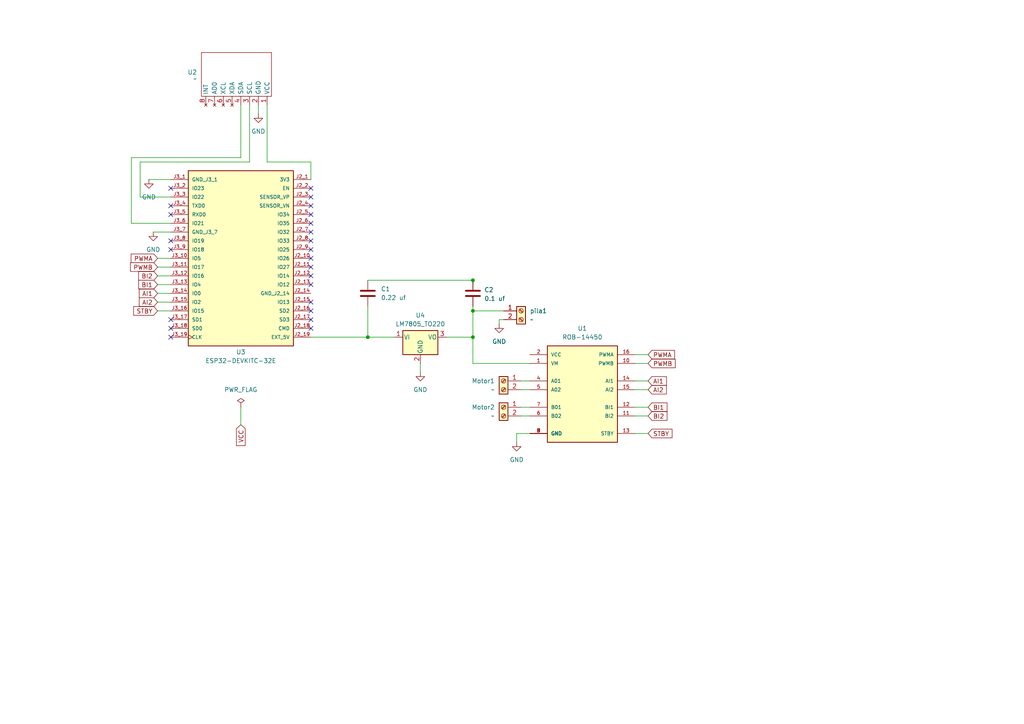
<source format=kicad_sch>
(kicad_sch (version 20231120) (generator "eeschema") (generator_version "8.0")
  (paper "A4")
  (lib_symbols
    (symbol "Connector:Screw_Terminal_01x02" (pin_names (offset 1.016) hide)
      (property "Reference" "J" (at 0 2.54 0))
      (property "Value" "Screw_Terminal_01x02" (at 0 -5.08 0))
      (symbol "Screw_Terminal_01x02_1_1"
        (rectangle (start -1.27 1.27) (end 1.27 -3.81) (stroke (width 0.254)) (fill (type background)))
        (circle (center 0 -2.54) (radius 0.635) (stroke (width 0.1524)))
        (polyline (pts (xy -0.5334 -2.2098) (xy 0.3302 -3.048)) (stroke (width 0.1524)))
        (polyline (pts (xy -0.5334 0.3302) (xy 0.3302 -0.508)) (stroke (width 0.1524)))
        (polyline (pts (xy -0.3556 -2.032) (xy 0.508 -2.8702)) (stroke (width 0.1524)))
        (polyline (pts (xy -0.3556 0.508) (xy 0.508 -0.3302)) (stroke (width 0.1524)))
        (circle (center 0 0) (radius 0.635) (stroke (width 0.1524)))
        (pin passive line (at -5.08 0 0) (length 3.81) (name "Pin_1") (number "1"))
        (pin passive line (at -5.08 -2.54 0) (length 3.81) (name "Pin_2") (number "2"))
      )
    )
    (symbol "Device:C" (pin_numbers hide) (pin_names (offset 0.254))
      (property "Reference" "C" (at 0.635 2.54 0))
      (property "Value" "C" (at 0.635 -2.54 0))
      (symbol "C_0_1"
        (polyline (pts (xy -2.032 -0.762) (xy 2.032 -0.762)) (stroke (width 0.508)))
        (polyline (pts (xy -2.032 0.762) (xy 2.032 0.762)) (stroke (width 0.508)))
      )
      (symbol "C_1_1"
        (pin passive line (at 0 3.81 270) (length 2.794) (name "~") (number "1"))
        (pin passive line (at 0 -3.81 90) (length 2.794) (name "~") (number "2"))
      )
    )
    (symbol "Regulator_Linear:LM7805_TO220" (pin_names (offset 0.254))
      (property "Reference" "U" (at -3.81 3.175 0))
      (property "Value" "LM7805_TO220" (at 0 3.175 0))
      (symbol "LM7805_TO220_0_1"
        (rectangle (start -5.08 1.905) (end 5.08 -5.08) (stroke (width 0.254)) (fill (type background)))
      )
      (symbol "LM7805_TO220_1_1"
        (pin power_in line (at -7.62 0 0) (length 2.54) (name "VI") (number "1"))
        (pin power_in line (at 0 -7.62 90) (length 2.54) (name "GND") (number "2"))
        (pin power_out line (at 7.62 0 180) (length 2.54) (name "VO") (number "3"))
      )
    )
    (symbol "libreria:ESP32-DEVKITC-32E" (pin_names (offset 1.016))
      (property "Reference" "U" (at -15.24 26.162 0))
      (property "Value" "ESP32-DEVKITC-32E" (at -15.24 -27.94 0))
      (symbol "ESP32-DEVKITC-32E_0_0"
        (rectangle (start -15.24 -25.4) (end 15.24 25.4) (stroke (width 0.254)) (fill (type background)))
        (pin power_in line (at -20.32 22.86 0) (length 5.08) (name "3V3") (number "J2_1"))
        (pin bidirectional line (at -20.32 0 0) (length 5.08) (name "IO26") (number "J2_10"))
        (pin bidirectional line (at -20.32 -2.54 0) (length 5.08) (name "IO27") (number "J2_11"))
        (pin bidirectional line (at -20.32 -5.08 0) (length 5.08) (name "IO14") (number "J2_12"))
        (pin bidirectional line (at -20.32 -7.62 0) (length 5.08) (name "IO12") (number "J2_13"))
        (pin power_in line (at -20.32 -10.16 0) (length 5.08) (name "GND_J2_14") (number "J2_14"))
        (pin bidirectional line (at -20.32 -12.7 0) (length 5.08) (name "IO13") (number "J2_15"))
        (pin bidirectional line (at -20.32 -15.24 0) (length 5.08) (name "SD2") (number "J2_16"))
        (pin bidirectional line (at -20.32 -17.78 0) (length 5.08) (name "SD3") (number "J2_17"))
        (pin bidirectional line (at -20.32 -20.32 0) (length 5.08) (name "CMD") (number "J2_18"))
        (pin power_in line (at -20.32 -22.86 0) (length 5.08) (name "EXT_5V") (number "J2_19"))
        (pin input line (at -20.32 20.32 0) (length 5.08) (name "EN") (number "J2_2"))
        (pin bidirectional line (at -20.32 17.78 0) (length 5.08) (name "SENSOR_VP") (number "J2_3"))
        (pin bidirectional line (at -20.32 15.24 0) (length 5.08) (name "SENSOR_VN") (number "J2_4"))
        (pin bidirectional line (at -20.32 12.7 0) (length 5.08) (name "IO34") (number "J2_5"))
        (pin bidirectional line (at -20.32 10.16 0) (length 5.08) (name "IO35") (number "J2_6"))
        (pin bidirectional line (at -20.32 7.62 0) (length 5.08) (name "IO32") (number "J2_7"))
        (pin bidirectional line (at -20.32 5.08 0) (length 5.08) (name "IO33") (number "J2_8"))
        (pin bidirectional line (at -20.32 2.54 0) (length 5.08) (name "IO25") (number "J2_9"))
        (pin power_in line (at 20.32 22.86 180) (length 5.08) (name "GND_J3_1") (number "J3_1"))
        (pin bidirectional line (at 20.32 0 180) (length 5.08) (name "IO5") (number "J3_10"))
        (pin bidirectional line (at 20.32 -2.54 180) (length 5.08) (name "IO17") (number "J3_11"))
        (pin bidirectional line (at 20.32 -5.08 180) (length 5.08) (name "IO16") (number "J3_12"))
        (pin bidirectional line (at 20.32 -7.62 180) (length 5.08) (name "IO4") (number "J3_13"))
        (pin bidirectional line (at 20.32 -10.16 180) (length 5.08) (name "IO0") (number "J3_14"))
        (pin bidirectional line (at 20.32 -12.7 180) (length 5.08) (name "IO2") (number "J3_15"))
        (pin bidirectional line (at 20.32 -15.24 180) (length 5.08) (name "IO15") (number "J3_16"))
        (pin bidirectional line (at 20.32 -17.78 180) (length 5.08) (name "SD1") (number "J3_17"))
        (pin bidirectional line (at 20.32 -20.32 180) (length 5.08) (name "SD0") (number "J3_18"))
        (pin bidirectional clock (at 20.32 -22.86 180) (length 5.08) (name "CLK") (number "J3_19"))
        (pin bidirectional line (at 20.32 20.32 180) (length 5.08) (name "IO23") (number "J3_2"))
        (pin bidirectional line (at 20.32 17.78 180) (length 5.08) (name "IO22") (number "J3_3"))
        (pin bidirectional line (at 20.32 15.24 180) (length 5.08) (name "TXD0") (number "J3_4"))
        (pin bidirectional line (at 20.32 12.7 180) (length 5.08) (name "RXD0") (number "J3_5"))
        (pin bidirectional line (at 20.32 10.16 180) (length 5.08) (name "IO21") (number "J3_6"))
        (pin power_in line (at 20.32 7.62 180) (length 5.08) (name "GND_J3_7") (number "J3_7"))
        (pin bidirectional line (at 20.32 5.08 180) (length 5.08) (name "IO19") (number "J3_8"))
        (pin bidirectional line (at 20.32 2.54 180) (length 5.08) (name "IO18") (number "J3_9"))
      )
    )
    (symbol "libreria:MPU-6050"
      (property "Reference" "U" (at 1.524 -2.54 0))
      (symbol "MPU-6050_0_1"
        (rectangle (start -6.35 7.62) (end 6.35 -12.7))
      )
      (symbol "MPU-6050_1_1"
        (pin power_in line (at -8.89 6.35 0) (length 2.54) (name "VCC") (number "1"))
        (pin power_out line (at -8.89 3.81 0) (length 2.54) (name "GND") (number "2"))
        (pin input line (at -8.89 1.27 0) (length 2.54) (name "SCL") (number "3"))
        (pin bidirectional line (at -8.89 -1.27 0) (length 2.54) (name "SDA") (number "4"))
        (pin no_connect line (at -8.89 -3.81 0) (length 2.54) (name "XDA") (number "5"))
        (pin no_connect line (at -8.89 -6.35 0) (length 2.54) (name "XCL") (number "6"))
        (pin no_connect line (at -8.89 -8.89 0) (length 2.54) (name "AD0") (number "7"))
        (pin no_connect line (at -8.89 -11.43 0) (length 2.54) (name "INT") (number "8"))
      )
    )
    (symbol "libreria:ROB-14450" (pin_names (offset 1.016))
      (property "Reference" "U" (at -10.16 16.002 0))
      (property "Value" "ROB-14450" (at -10.16 -15.24 0))
      (symbol "ROB-14450_0_0"
        (rectangle (start -10.16 -12.7) (end 10.16 15.24) (stroke (width 0.254)) (fill (type background)))
        (pin power_in line (at 15.24 10.16 180) (length 5.08) (name "VM") (number "1"))
        (pin input line (at -15.24 10.16 0) (length 5.08) (name "PWMB") (number "10"))
        (pin input line (at -15.24 -5.08 0) (length 5.08) (name "BI2") (number "11"))
        (pin input line (at -15.24 -2.54 0) (length 5.08) (name "BI1") (number "12"))
        (pin input line (at -15.24 -10.16 0) (length 5.08) (name "STBY") (number "13"))
        (pin input line (at -15.24 5.08 0) (length 5.08) (name "AI1") (number "14"))
        (pin input line (at -15.24 2.54 0) (length 5.08) (name "AI2") (number "15"))
        (pin input line (at -15.24 12.7 0) (length 5.08) (name "PWMA") (number "16"))
        (pin power_in line (at 15.24 12.7 180) (length 5.08) (name "VCC") (number "2"))
        (pin power_in line (at 15.24 -10.16 180) (length 5.08) (name "GND") (number "3"))
        (pin output line (at 15.24 5.08 180) (length 5.08) (name "A01") (number "4"))
        (pin output line (at 15.24 2.54 180) (length 5.08) (name "A02") (number "5"))
        (pin output line (at 15.24 -5.08 180) (length 5.08) (name "B02") (number "6"))
        (pin output line (at 15.24 -2.54 180) (length 5.08) (name "B01") (number "7"))
        (pin power_in line (at 15.24 -10.16 180) (length 5.08) (name "GND") (number "8"))
        (pin power_in line (at 15.24 -10.16 180) (length 5.08) (name "GND") (number "9"))
      )
    )
    (symbol "power:GND" (power) (pin_numbers hide) (pin_names (offset 0) hide)
      (property "Value" "GND" (at 0 -3.81 0))
      (symbol "GND_0_1"
        (polyline (pts (xy 0 0) (xy 0 -1.27) (xy 1.27 -1.27) (xy 0 -2.54) (xy -1.27 -1.27) (xy 0 -1.27)))
      )
      (symbol "GND_1_1"
        (pin power_in line (at 0 0 270) (length 0) (name "~") (number "1"))
      )
    )
    (symbol "power:PWR_FLAG" (power) (pin_numbers hide) (pin_names (offset 0) hide)
      (property "Value" "PWR_FLAG" (at 0 3.81 0))
      (symbol "PWR_FLAG_0_0"
        (pin power_out line (at 0 0 90) (length 0) (name "~") (number "1"))
      )
      (symbol "PWR_FLAG_0_1"
        (polyline (pts (xy 0 0) (xy 0 1.27) (xy -1.016 1.905) (xy 0 2.54) (xy 1.016 1.905) (xy 0 1.27)))
      )
    )
  )
  (junction (at 137.16 90.17))
  (junction (at 106.68 97.79))
  (junction (at 137.16 81.28))
  (junction (at 137.16 97.79))
  (no_connect (at 90.17 69.85))
  (no_connect (at 49.53 72.39))
  (no_connect (at 90.17 87.63))
  (no_connect (at 90.17 95.25))
  (no_connect (at 90.17 74.93))
  (no_connect (at 49.53 69.85))
  (no_connect (at 90.17 67.31))
  (no_connect (at 90.17 90.17))
  (no_connect (at 90.17 64.77))
  (no_connect (at 90.17 72.39))
  (no_connect (at 49.53 95.25))
  (no_connect (at 90.17 54.61))
  (no_connect (at 49.53 62.23))
  (no_connect (at 49.53 59.69))
  (no_connect (at 90.17 62.23))
  (no_connect (at 90.17 57.15))
  (no_connect (at 90.17 59.69))
  (no_connect (at 90.17 77.47))
  (no_connect (at 49.53 97.79))
  (no_connect (at 90.17 80.01))
  (no_connect (at 90.17 92.71))
  (no_connect (at 49.53 54.61))
  (no_connect (at 49.53 92.71))
  (no_connect (at 90.17 82.55))
  (wire (pts (xy 45.72 82.55) (xy 49.53 82.55)))
  (wire (pts (xy 45.72 80.01) (xy 49.53 80.01)))
  (wire (pts (xy 137.16 97.79) (xy 137.16 105.41)))
  (wire (pts (xy 184.15 120.65) (xy 187.96 120.65)))
  (wire (pts (xy 72.39 30.48) (xy 72.39 46.99)))
  (wire (pts (xy 77.47 30.48) (xy 77.47 46.99)))
  (wire (pts (xy 45.72 87.63) (xy 49.53 87.63)))
  (wire (pts (xy 144.78 92.71) (xy 144.78 93.98)))
  (wire (pts (xy 121.92 105.41) (xy 121.92 107.95)))
  (wire (pts (xy 146.05 92.71) (xy 144.78 92.71)))
  (wire (pts (xy 40.64 57.15) (xy 49.53 57.15)))
  (wire (pts (xy 45.72 85.09) (xy 49.53 85.09)))
  (wire (pts (xy 137.16 90.17) (xy 137.16 97.79)))
  (wire (pts (xy 149.86 128.27) (xy 149.86 125.73)))
  (wire (pts (xy 151.13 113.03) (xy 153.67 113.03)))
  (wire (pts (xy 184.15 125.73) (xy 187.96 125.73)))
  (wire (pts (xy 69.85 118.11) (xy 69.85 123.19)))
  (wire (pts (xy 184.15 113.03) (xy 187.96 113.03)))
  (wire (pts (xy 72.39 46.99) (xy 40.64 46.99)))
  (wire (pts (xy 69.85 45.72) (xy 38.1 45.72)))
  (wire (pts (xy 137.16 82.55) (xy 137.16 81.28)))
  (wire (pts (xy 137.16 105.41) (xy 153.67 105.41)))
  (wire (pts (xy 38.1 64.77) (xy 49.53 64.77)))
  (wire (pts (xy 74.93 30.48) (xy 74.93 33.02)))
  (wire (pts (xy 137.16 90.17) (xy 146.05 90.17)))
  (wire (pts (xy 149.86 125.73) (xy 153.67 125.73)))
  (wire (pts (xy 184.15 110.49) (xy 187.96 110.49)))
  (wire (pts (xy 184.15 118.11) (xy 187.96 118.11)))
  (wire (pts (xy 45.72 90.17) (xy 49.53 90.17)))
  (wire (pts (xy 184.15 102.87) (xy 187.96 102.87)))
  (wire (pts (xy 77.47 46.99) (xy 90.17 46.99)))
  (wire (pts (xy 151.13 120.65) (xy 153.67 120.65)))
  (wire (pts (xy 184.15 105.41) (xy 187.96 105.41)))
  (wire (pts (xy 129.54 97.79) (xy 137.16 97.79)))
  (wire (pts (xy 44.45 67.31) (xy 49.53 67.31)))
  (wire (pts (xy 137.16 88.9) (xy 137.16 90.17)))
  (wire (pts (xy 40.64 46.99) (xy 40.64 57.15)))
  (wire (pts (xy 106.68 97.79) (xy 114.3 97.79)))
  (wire (pts (xy 69.85 30.48) (xy 69.85 45.72)))
  (wire (pts (xy 90.17 46.99) (xy 90.17 52.07)))
  (wire (pts (xy 45.72 77.47) (xy 49.53 77.47)))
  (wire (pts (xy 106.68 81.28) (xy 137.16 81.28)))
  (wire (pts (xy 106.68 88.9) (xy 106.68 97.79)))
  (wire (pts (xy 151.13 110.49) (xy 153.67 110.49)))
  (wire (pts (xy 43.18 52.07) (xy 49.53 52.07)))
  (wire (pts (xy 38.1 45.72) (xy 38.1 64.77)))
  (wire (pts (xy 151.13 118.11) (xy 153.67 118.11)))
  (wire (pts (xy 90.17 97.79) (xy 106.68 97.79)))
  (wire (pts (xy 45.72 74.93) (xy 49.53 74.93)))
  (global_label "BI2" (shape input) (at 45.72 80.01 180) (property "Intersheetrefs" "${INTERSHEET_REFS}" (effects (hide yes))))
  (global_label "PWMB" (shape input) (at 45.72 77.47 180) (property "Intersheetrefs" "${INTERSHEET_REFS}" (effects (hide yes))))
  (global_label "PWMA" (shape input) (at 45.72 74.93 180) (property "Intersheetrefs" "${INTERSHEET_REFS}" (effects (hide yes))))
  (global_label "BI1" (shape input) (at 187.96 118.11 0) (property "Intersheetrefs" "${INTERSHEET_REFS}" (effects (hide yes))))
  (global_label "AI2" (shape input) (at 187.96 113.03 0) (property "Intersheetrefs" "${INTERSHEET_REFS}" (effects (hide yes))))
  (global_label "BI2" (shape input) (at 187.96 120.65 0) (property "Intersheetrefs" "${INTERSHEET_REFS}" (effects (hide yes))))
  (global_label "AI2" (shape input) (at 45.72 87.63 180) (property "Intersheetrefs" "${INTERSHEET_REFS}" (effects (hide yes))))
  (global_label "AI1" (shape input) (at 187.96 110.49 0) (property "Intersheetrefs" "${INTERSHEET_REFS}" (effects (hide yes))))
  (global_label "VCC" (shape input) (at 69.85 123.19 270) (property "Intersheetrefs" "${INTERSHEET_REFS}" (effects (hide yes))))
  (global_label "PWMB" (shape input) (at 187.96 105.41 0) (property "Intersheetrefs" "${INTERSHEET_REFS}" (effects (hide yes))))
  (global_label "STBY" (shape input) (at 187.96 125.73 0) (property "Intersheetrefs" "${INTERSHEET_REFS}" (effects (hide yes))))
  (global_label "AI1" (shape input) (at 45.72 85.09 180) (property "Intersheetrefs" "${INTERSHEET_REFS}" (effects (hide yes))))
  (global_label "BI1" (shape input) (at 45.72 82.55 180) (property "Intersheetrefs" "${INTERSHEET_REFS}" (effects (hide yes))))
  (global_label "STBY" (shape input) (at 45.72 90.17 180) (property "Intersheetrefs" "${INTERSHEET_REFS}" (effects (hide yes))))
  (global_label "PWMA" (shape input) (at 187.96 102.87 0) (property "Intersheetrefs" "${INTERSHEET_REFS}" (effects (hide yes))))
  (symbol (lib_id "power:GND") (at 74.93 33.02 0) (unit 1)
    (property "Reference" "#PWR04" (effects (hide yes)))
    (property "Value" "GND" (at 74.93 38.1 0))
    (property "Description" "Power symbol creates a global label with name \"GND\" , ground" (effects (hide yes)))
  )
  (symbol (lib_id "Connector:Screw_Terminal_01x02") (at 146.05 110.49 0) (mirror y) (unit 1)
    (property "Reference" "Motor1" (at 143.51 110.4899 0) (effects (justify left)))
    (property "Value" "~" (at 143.51 113.0299 0) (effects (justify left)))
    (property "Footprint" "TerminalBlock_Phoenix:TerminalBlock_Phoenix_MKDS-1,5-2-5.08_1x02_P5.08mm_Horizontal" (effects (hide yes)))
    (property "Description" "Generic screw terminal, single row, 01x02, script generated (kicad-library-utils/schlib/autogen/connector/)" (effects (hide yes)))
  )
  (symbol (lib_id "Connector:Screw_Terminal_01x02") (at 151.13 90.17 0) (unit 1)
    (property "Reference" "pila1" (at 153.67 90.1699 0) (effects (justify left)))
    (property "Value" "~" (at 153.67 92.7099 0) (effects (justify left)))
    (property "Footprint" "TerminalBlock_Phoenix:TerminalBlock_Phoenix_MKDS-1,5-2-5.08_1x02_P5.08mm_Horizontal" (effects (hide yes)))
    (property "Description" "Generic screw terminal, single row, 01x02, script generated (kicad-library-utils/schlib/autogen/connector/)" (effects (hide yes)))
  )
  (symbol (lib_id "libreria:ROB-14450") (at 168.91 115.57 0) (mirror y) (unit 1)
    (property "Reference" "U1" (at 168.91 95.25 0))
    (property "Value" "ROB-14450" (at 168.91 97.79 0))
    (property "Footprint" "libreriaA:MODULE_ROB-14450" (effects (hide yes)))
    (property "MF" "SparkFun Electronics" (effects (hide yes)))
    (property "Description_1" "\n                        \n                            TB6612FNG - Motor Controller/Driver Power Management Evaluation Board\n                        \n" (effects (hide yes)))
    (property "Package" "None" (effects (hide yes)))
    (property "Price" "None" (effects (hide yes)))
    (property "Check_prices" "https://www.snapeda.com/parts/ROB-14450/SparkFun/view-part/?ref=eda" (effects (hide yes)))
    (property "STANDARD" "Manufacturer Recommendation" (effects (hide yes)))
    (property "PARTREV" "11-13-17" (effects (hide yes)))
    (property "SnapEDA_Link" "https://www.snapeda.com/parts/ROB-14450/SparkFun/view-part/?ref=snap" (effects (hide yes)))
    (property "MP" "ROB-14450" (effects (hide yes)))
    (property "Availability" "In Stock" (effects (hide yes)))
    (property "MANUFACTURER" "Sparkfun Electronics" (effects (hide yes)))
  )
  (symbol (lib_id "power:GND") (at 144.78 93.98 0) (unit 1)
    (property "Reference" "#PWR03" (effects (hide yes)))
    (property "Value" "GND" (at 144.78 99.06 0))
    (property "Description" "Power symbol creates a global label with name \"GND\" , ground" (effects (hide yes)))
  )
  (symbol (lib_id "Device:C") (at 106.68 85.09 0) (unit 1)
    (property "Reference" "C1" (at 110.49 83.8199 0) (effects (justify left)))
    (property "Value" "0.22 uf" (at 110.49 86.3599 0) (effects (justify left)))
    (property "Footprint" "Capacitor_THT:CP_Radial_D5.0mm_P2.00mm" (effects (hide yes)))
    (property "Description" "Unpolarized capacitor" (effects (hide yes)))
  )
  (symbol (lib_id "power:PWR_FLAG") (at 69.85 118.11 0) (unit 1)
    (property "Reference" "#FLG01" (effects (hide yes)))
    (property "Value" "PWR_FLAG" (at 69.85 113.03 0))
    (property "Description" "Special symbol for telling ERC where power comes from" (effects (hide yes)))
  )
  (symbol (lib_id "power:GND") (at 43.18 52.07 0) (unit 1)
    (property "Reference" "#PWR05" (effects (hide yes)))
    (property "Value" "GND" (at 43.18 57.15 0))
    (property "Description" "Power symbol creates a global label with name \"GND\" , ground" (effects (hide yes)))
  )
  (symbol (lib_id "libreria:ESP32-DEVKITC-32E") (at 69.85 74.93 0) (mirror y) (unit 1)
    (property "Reference" "U3" (at 69.85 102.108 0))
    (property "Value" "ESP32-DEVKITC-32E" (at 69.85 104.648 0))
    (property "Footprint" "libreriaA:MODULE_ESP32-DEVKITC-32E" (effects (hide yes)))
    (property "MF" "Espressif Systems" (effects (hide yes)))
    (property "Description_1" "\n                        \n                            The ESP32-DEVKITC-32E transceiver evaluation board from Espressif Systems is a powerful development tool for wireless communication technologies. It supports 802.11 b/g/n Wi-Fi and Bluetooth® Smart Ready 4.x (BLE) dual-mode at 2.4GHz, making it ideal for a variety of IoT applications. Equipped with a PCB antenna and 4MB flash, this board provides reliable connectivity and ample memory for developing and testing RF, RFID, and wireless solutions.\n                        \n" (effects (hide yes)))
    (property "Package" "None" (effects (hide yes)))
    (property "Price" "None" (effects (hide yes)))
    (property "Check_prices" "https://www.snapeda.com/parts/ESP32-DEVKITC-32E/Espressif+Systems/view-part/?ref=eda" (effects (hide yes)))
    (property "STANDARD" "Manufacturer Recommendations" (effects (hide yes)))
    (property "PARTREV" "1.4" (effects (hide yes)))
    (property "SnapEDA_Link" "https://www.snapeda.com/parts/ESP32-DEVKITC-32E/Espressif+Systems/view-part/?ref=snap" (effects (hide yes)))
    (property "MP" "ESP32-DEVKITC-32E" (effects (hide yes)))
    (property "Availability" "In Stock" (effects (hide yes)))
    (property "MANUFACTURER" "Espressif Systems" (effects (hide yes)))
  )
  (symbol (lib_id "Device:C") (at 137.16 85.09 0) (unit 1)
    (property "Reference" "C2" (at 140.462 84.074 0) (effects (justify left)))
    (property "Value" "0.1 uf" (at 140.462 86.614 0) (effects (justify left)))
    (property "Footprint" "Capacitor_THT:CP_Radial_D5.0mm_P2.00mm" (effects (hide yes)))
    (property "Description" "Unpolarized capacitor" (effects (hide yes)))
  )
  (symbol (lib_id "Connector:Screw_Terminal_01x02") (at 146.05 118.11 0) (mirror y) (unit 1)
    (property "Reference" "Motor2" (at 143.51 118.1099 0) (effects (justify left)))
    (property "Value" "~" (at 143.51 120.6499 0) (effects (justify left)))
    (property "Footprint" "TerminalBlock_Phoenix:TerminalBlock_Phoenix_MKDS-1,5-2-5.08_1x02_P5.08mm_Horizontal" (effects (hide yes)))
    (property "Description" "Generic screw terminal, single row, 01x02, script generated (kicad-library-utils/schlib/autogen/connector/)" (effects (hide yes)))
  )
  (symbol (lib_id "power:GND") (at 121.92 107.95 0) (unit 1)
    (property "Reference" "#PWR02" (effects (hide yes)))
    (property "Value" "GND" (at 121.92 113.03 0))
    (property "Description" "Power symbol creates a global label with name \"GND\" , ground" (effects (hide yes)))
  )
  (symbol (lib_id "power:GND") (at 44.45 67.31 0) (unit 1)
    (property "Reference" "#PWR06" (effects (hide yes)))
    (property "Value" "GND" (at 44.45 72.39 0))
    (property "Description" "Power symbol creates a global label with name \"GND\" , ground" (effects (hide yes)))
  )
  (symbol (lib_id "Regulator_Linear:LM7805_TO220") (at 121.92 97.79 0) (unit 1)
    (property "Reference" "U4" (at 121.92 91.44 0))
    (property "Value" "LM7805_TO220" (at 121.92 93.98 0))
    (property "Footprint" "Package_TO_SOT_THT:TO-220-3_Vertical" (effects (hide yes)))
    (property "Datasheet" "https://www.onsemi.cn/PowerSolutions/document/MC7800-D.PDF" (effects (hide yes)))
    (property "Description" "Positive 1A 35V Linear Regulator, Fixed Output 5V, TO-220" (effects (hide yes)))
  )
  (symbol (lib_id "power:GND") (at 149.86 128.27 0) (unit 1)
    (property "Reference" "#PWR01" (effects (hide yes)))
    (property "Value" "GND" (at 149.86 133.35 0))
    (property "Description" "Power symbol creates a global label with name \"GND\" , ground" (effects (hide yes)))
  )
  (symbol (lib_id "libreria:MPU-6050") (at 71.12 21.59 270) (mirror x) (unit 1)
    (property "Reference" "U2" (at 57.15 20.9549 90) (effects (justify right)))
    (property "Value" "~" (at 57.15 22.86 90) (effects (justify right)))
    (property "Footprint" "libreriaA:MPU-6050" (effects (hide yes)))
  )
)
</source>
